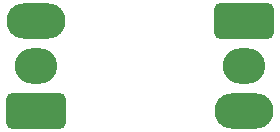
<source format=gbr>
%TF.GenerationSoftware,KiCad,Pcbnew,7.0.7*%
%TF.CreationDate,2023-11-08T00:53:50-05:00*%
%TF.ProjectId,Pixel_Boost2,50697865-6c5f-4426-9f6f-7374322e6b69,v3*%
%TF.SameCoordinates,Original*%
%TF.FileFunction,Soldermask,Bot*%
%TF.FilePolarity,Negative*%
%FSLAX46Y46*%
G04 Gerber Fmt 4.6, Leading zero omitted, Abs format (unit mm)*
G04 Created by KiCad (PCBNEW 7.0.7) date 2023-11-08 00:53:50*
%MOMM*%
%LPD*%
G01*
G04 APERTURE LIST*
G04 Aperture macros list*
%AMRoundRect*
0 Rectangle with rounded corners*
0 $1 Rounding radius*
0 $2 $3 $4 $5 $6 $7 $8 $9 X,Y pos of 4 corners*
0 Add a 4 corners polygon primitive as box body*
4,1,4,$2,$3,$4,$5,$6,$7,$8,$9,$2,$3,0*
0 Add four circle primitives for the rounded corners*
1,1,$1+$1,$2,$3*
1,1,$1+$1,$4,$5*
1,1,$1+$1,$6,$7*
1,1,$1+$1,$8,$9*
0 Add four rect primitives between the rounded corners*
20,1,$1+$1,$2,$3,$4,$5,0*
20,1,$1+$1,$4,$5,$6,$7,0*
20,1,$1+$1,$6,$7,$8,$9,0*
20,1,$1+$1,$8,$9,$2,$3,0*%
G04 Aperture macros list end*
%ADD10RoundRect,0.416667X2.083333X-1.083333X2.083333X1.083333X-2.083333X1.083333X-2.083333X-1.083333X0*%
%ADD11O,3.600000X3.000000*%
%ADD12O,5.000000X3.000000*%
%ADD13RoundRect,0.416667X-2.083333X1.083333X-2.083333X-1.083333X2.083333X-1.083333X2.083333X1.083333X0*%
G04 APERTURE END LIST*
D10*
%TO.C,J1*%
X142467500Y-116842500D03*
D11*
X142467500Y-113032500D03*
D12*
X142467500Y-109222500D03*
%TD*%
D13*
%TO.C,J2*%
X160020000Y-109260000D03*
D11*
X160020000Y-113070000D03*
D12*
X160020000Y-116880000D03*
%TD*%
M02*

</source>
